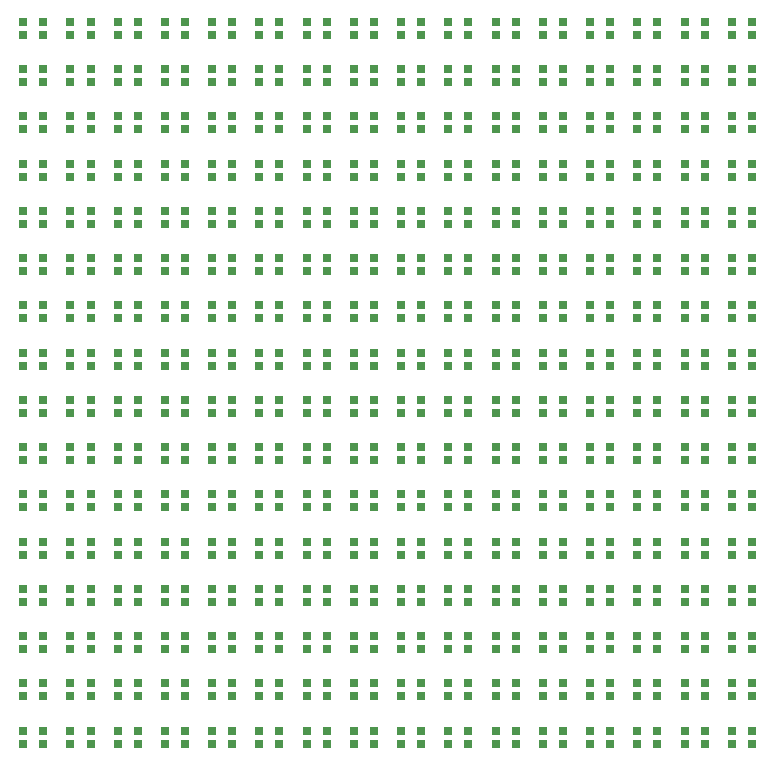
<source format=gbr>
%TF.GenerationSoftware,KiCad,Pcbnew,7.0.5*%
%TF.CreationDate,2023-09-21T19:27:35-05:00*%
%TF.ProjectId,KiCadPanel,4b694361-6450-4616-9e65-6c2e6b696361,rev?*%
%TF.SameCoordinates,Original*%
%TF.FileFunction,Paste,Bot*%
%TF.FilePolarity,Positive*%
%FSLAX46Y46*%
G04 Gerber Fmt 4.6, Leading zero omitted, Abs format (unit mm)*
G04 Created by KiCad (PCBNEW 7.0.5) date 2023-09-21 19:27:35*
%MOMM*%
%LPD*%
G01*
G04 APERTURE LIST*
%ADD10R,0.800000X0.700000*%
G04 APERTURE END LIST*
D10*
%TO.C,U169*%
X141150000Y-68550000D03*
X142850000Y-68550000D03*
X142850000Y-67450000D03*
X141150000Y-67450000D03*
%TD*%
%TO.C,U335*%
X117150000Y-108550000D03*
X118850000Y-108550000D03*
X118850000Y-107450000D03*
X117150000Y-107450000D03*
%TD*%
%TO.C,U215*%
X149150000Y-80550000D03*
X150850000Y-80550000D03*
X150850000Y-79450000D03*
X149150000Y-79450000D03*
%TD*%
%TO.C,U205*%
X125150000Y-76550000D03*
X126850000Y-76550000D03*
X126850000Y-75450000D03*
X125150000Y-75450000D03*
%TD*%
%TO.C,U165*%
X157150000Y-68550000D03*
X158850000Y-68550000D03*
X158850000Y-67450000D03*
X157150000Y-67450000D03*
%TD*%
%TO.C,U118*%
X153150000Y-56550000D03*
X154850000Y-56550000D03*
X154850000Y-55450000D03*
X153150000Y-55450000D03*
%TD*%
%TO.C,U274*%
X105150000Y-92550000D03*
X106850000Y-92550000D03*
X106850000Y-91450000D03*
X105150000Y-91450000D03*
%TD*%
%TO.C,U331*%
X133150000Y-108550000D03*
X134850000Y-108550000D03*
X134850000Y-107450000D03*
X133150000Y-107450000D03*
%TD*%
%TO.C,U113*%
X109150000Y-52550000D03*
X110850000Y-52550000D03*
X110850000Y-51450000D03*
X109150000Y-51450000D03*
%TD*%
%TO.C,U227*%
X101150000Y-80550000D03*
X102850000Y-80550000D03*
X102850000Y-79450000D03*
X101150000Y-79450000D03*
%TD*%
%TO.C,U155*%
X133150000Y-64550000D03*
X134850000Y-64550000D03*
X134850000Y-63450000D03*
X133150000Y-63450000D03*
%TD*%
%TO.C,U319*%
X117150000Y-104550000D03*
X118850000Y-104550000D03*
X118850000Y-103450000D03*
X117150000Y-103450000D03*
%TD*%
%TO.C,U123*%
X133150000Y-56550000D03*
X134850000Y-56550000D03*
X134850000Y-55450000D03*
X133150000Y-55450000D03*
%TD*%
%TO.C,U261*%
X157150000Y-92550000D03*
X158850000Y-92550000D03*
X158850000Y-91450000D03*
X157150000Y-91450000D03*
%TD*%
%TO.C,U271*%
X117150000Y-92550000D03*
X118850000Y-92550000D03*
X118850000Y-91450000D03*
X117150000Y-91450000D03*
%TD*%
%TO.C,U353*%
X109150000Y-112550000D03*
X110850000Y-112550000D03*
X110850000Y-111450000D03*
X109150000Y-111450000D03*
%TD*%
%TO.C,U219*%
X133150000Y-80550000D03*
X134850000Y-80550000D03*
X134850000Y-79450000D03*
X133150000Y-79450000D03*
%TD*%
%TO.C,U210*%
X105150000Y-76550000D03*
X106850000Y-76550000D03*
X106850000Y-75450000D03*
X105150000Y-75450000D03*
%TD*%
%TO.C,U350*%
X121150000Y-112550000D03*
X122850000Y-112550000D03*
X122850000Y-111450000D03*
X121150000Y-111450000D03*
%TD*%
%TO.C,U160*%
X113150000Y-64550000D03*
X114850000Y-64550000D03*
X114850000Y-63450000D03*
X113150000Y-63450000D03*
%TD*%
%TO.C,U243*%
X101150000Y-84550000D03*
X102850000Y-84550000D03*
X102850000Y-83450000D03*
X101150000Y-83450000D03*
%TD*%
%TO.C,U174*%
X121150000Y-68550000D03*
X122850000Y-68550000D03*
X122850000Y-67450000D03*
X121150000Y-67450000D03*
%TD*%
%TO.C,U299*%
X133150000Y-100550000D03*
X134850000Y-100550000D03*
X134850000Y-99450000D03*
X133150000Y-99450000D03*
%TD*%
%TO.C,U229*%
X157150000Y-84530000D03*
X158850000Y-84530000D03*
X158850000Y-83430000D03*
X157150000Y-83430000D03*
%TD*%
%TO.C,U122*%
X137150000Y-56550000D03*
X138850000Y-56550000D03*
X138850000Y-55450000D03*
X137150000Y-55450000D03*
%TD*%
%TO.C,U298*%
X137150000Y-100550000D03*
X138850000Y-100550000D03*
X138850000Y-99450000D03*
X137150000Y-99450000D03*
%TD*%
%TO.C,U286*%
X121150000Y-96550000D03*
X122850000Y-96550000D03*
X122850000Y-95450000D03*
X121150000Y-95450000D03*
%TD*%
%TO.C,U116*%
X161150000Y-56550000D03*
X162850000Y-56550000D03*
X162850000Y-55450000D03*
X161150000Y-55450000D03*
%TD*%
%TO.C,U256*%
X113150000Y-88550000D03*
X114850000Y-88550000D03*
X114850000Y-87450000D03*
X113150000Y-87450000D03*
%TD*%
%TO.C,U323*%
X101150000Y-104550000D03*
X102850000Y-104550000D03*
X102850000Y-103450000D03*
X101150000Y-103450000D03*
%TD*%
%TO.C,U157*%
X125150000Y-64550000D03*
X126850000Y-64550000D03*
X126850000Y-63450000D03*
X125150000Y-63450000D03*
%TD*%
%TO.C,U287*%
X117150000Y-96550000D03*
X118850000Y-96550000D03*
X118850000Y-95450000D03*
X117150000Y-95450000D03*
%TD*%
%TO.C,U324*%
X161150000Y-108550000D03*
X162850000Y-108550000D03*
X162850000Y-107450000D03*
X161150000Y-107450000D03*
%TD*%
%TO.C,U212*%
X161150000Y-80550000D03*
X162850000Y-80550000D03*
X162850000Y-79450000D03*
X161150000Y-79450000D03*
%TD*%
%TO.C,U277*%
X157150000Y-96550000D03*
X158850000Y-96550000D03*
X158850000Y-95450000D03*
X157150000Y-95450000D03*
%TD*%
%TO.C,U237*%
X125150000Y-84550000D03*
X126850000Y-84550000D03*
X126850000Y-83450000D03*
X125150000Y-83450000D03*
%TD*%
%TO.C,U101*%
X157150000Y-52550000D03*
X158850000Y-52550000D03*
X158850000Y-51450000D03*
X157150000Y-51450000D03*
%TD*%
%TO.C,U295*%
X149150000Y-100550000D03*
X150850000Y-100550000D03*
X150850000Y-99450000D03*
X149150000Y-99450000D03*
%TD*%
%TO.C,U162*%
X105150000Y-64550000D03*
X106850000Y-64550000D03*
X106850000Y-63450000D03*
X105150000Y-63450000D03*
%TD*%
%TO.C,U230*%
X153150000Y-84530000D03*
X154850000Y-84530000D03*
X154850000Y-83430000D03*
X153150000Y-83430000D03*
%TD*%
%TO.C,U249*%
X141150000Y-88550000D03*
X142850000Y-88550000D03*
X142850000Y-87450000D03*
X141150000Y-87450000D03*
%TD*%
%TO.C,U304*%
X113150000Y-100550000D03*
X114850000Y-100550000D03*
X114850000Y-99450000D03*
X113150000Y-99450000D03*
%TD*%
%TO.C,U234*%
X137150000Y-84550000D03*
X138850000Y-84550000D03*
X138850000Y-83450000D03*
X137150000Y-83450000D03*
%TD*%
%TO.C,U131*%
X101150000Y-56550000D03*
X102850000Y-56550000D03*
X102850000Y-55450000D03*
X101150000Y-55450000D03*
%TD*%
%TO.C,U321*%
X109150000Y-104550000D03*
X110850000Y-104550000D03*
X110850000Y-103450000D03*
X109150000Y-103450000D03*
%TD*%
%TO.C,U262*%
X153150000Y-92550000D03*
X154850000Y-92550000D03*
X154850000Y-91450000D03*
X153150000Y-91450000D03*
%TD*%
%TO.C,U170*%
X137150000Y-68550000D03*
X138850000Y-68550000D03*
X138850000Y-67450000D03*
X137150000Y-67450000D03*
%TD*%
%TO.C,U269*%
X125150000Y-92550000D03*
X126850000Y-92550000D03*
X126850000Y-91450000D03*
X125150000Y-91450000D03*
%TD*%
%TO.C,U218*%
X137150000Y-80550000D03*
X138850000Y-80550000D03*
X138850000Y-79450000D03*
X137150000Y-79450000D03*
%TD*%
%TO.C,U129*%
X109150000Y-56550000D03*
X110850000Y-56550000D03*
X110850000Y-55450000D03*
X109150000Y-55450000D03*
%TD*%
%TO.C,U103*%
X149150000Y-52550000D03*
X150850000Y-52550000D03*
X150850000Y-51450000D03*
X149150000Y-51450000D03*
%TD*%
%TO.C,U302*%
X121150000Y-100550000D03*
X122850000Y-100550000D03*
X122850000Y-99450000D03*
X121150000Y-99450000D03*
%TD*%
%TO.C,U228*%
X161150000Y-84550000D03*
X162850000Y-84550000D03*
X162850000Y-83450000D03*
X161150000Y-83450000D03*
%TD*%
%TO.C,U329*%
X141150000Y-108550000D03*
X142850000Y-108550000D03*
X142850000Y-107450000D03*
X141150000Y-107450000D03*
%TD*%
%TO.C,U192*%
X113150000Y-72550000D03*
X114850000Y-72550000D03*
X114850000Y-71450000D03*
X113150000Y-71450000D03*
%TD*%
%TO.C,U314*%
X137150000Y-104550000D03*
X138850000Y-104550000D03*
X138850000Y-103450000D03*
X137150000Y-103450000D03*
%TD*%
%TO.C,U245*%
X157150000Y-88550000D03*
X158850000Y-88550000D03*
X158850000Y-87450000D03*
X157150000Y-87450000D03*
%TD*%
%TO.C,U168*%
X145150000Y-68550000D03*
X146850000Y-68550000D03*
X146850000Y-67450000D03*
X145150000Y-67450000D03*
%TD*%
%TO.C,U150*%
X153150000Y-64550000D03*
X154850000Y-64550000D03*
X154850000Y-63450000D03*
X153150000Y-63450000D03*
%TD*%
%TO.C,U166*%
X153150000Y-68550000D03*
X154850000Y-68550000D03*
X154850000Y-67450000D03*
X153150000Y-67450000D03*
%TD*%
%TO.C,U121*%
X141150000Y-56550000D03*
X142850000Y-56550000D03*
X142850000Y-55450000D03*
X141150000Y-55450000D03*
%TD*%
%TO.C,U344*%
X145150000Y-112550000D03*
X146850000Y-112550000D03*
X146850000Y-111450000D03*
X145150000Y-111450000D03*
%TD*%
%TO.C,U280*%
X145150000Y-96550000D03*
X146850000Y-96550000D03*
X146850000Y-95450000D03*
X145150000Y-95450000D03*
%TD*%
%TO.C,U179*%
X101150000Y-68550000D03*
X102850000Y-68550000D03*
X102850000Y-67450000D03*
X101150000Y-67450000D03*
%TD*%
%TO.C,U316*%
X129150000Y-104550000D03*
X130850000Y-104550000D03*
X130850000Y-103450000D03*
X129150000Y-103450000D03*
%TD*%
%TO.C,U272*%
X113150000Y-92550000D03*
X114850000Y-92550000D03*
X114850000Y-91450000D03*
X113150000Y-91450000D03*
%TD*%
%TO.C,U293*%
X157150000Y-100550000D03*
X158850000Y-100550000D03*
X158850000Y-99450000D03*
X157150000Y-99450000D03*
%TD*%
%TO.C,U167*%
X149150000Y-68550000D03*
X150850000Y-68550000D03*
X150850000Y-67450000D03*
X149150000Y-67450000D03*
%TD*%
%TO.C,U270*%
X121150000Y-92550000D03*
X122850000Y-92550000D03*
X122850000Y-91450000D03*
X121150000Y-91450000D03*
%TD*%
%TO.C,U263*%
X149150000Y-92550000D03*
X150850000Y-92550000D03*
X150850000Y-91450000D03*
X149150000Y-91450000D03*
%TD*%
%TO.C,U186*%
X137150000Y-72550000D03*
X138850000Y-72550000D03*
X138850000Y-71450000D03*
X137150000Y-71450000D03*
%TD*%
%TO.C,U149*%
X157150000Y-64550000D03*
X158850000Y-64550000D03*
X158850000Y-63450000D03*
X157150000Y-63450000D03*
%TD*%
%TO.C,U283*%
X133150000Y-96550000D03*
X134850000Y-96550000D03*
X134850000Y-95450000D03*
X133150000Y-95450000D03*
%TD*%
%TO.C,U240*%
X113150000Y-84550000D03*
X114850000Y-84550000D03*
X114850000Y-83450000D03*
X113150000Y-83450000D03*
%TD*%
%TO.C,U339*%
X101150000Y-108550000D03*
X102850000Y-108550000D03*
X102850000Y-107450000D03*
X101150000Y-107450000D03*
%TD*%
%TO.C,U301*%
X125150000Y-100550000D03*
X126850000Y-100550000D03*
X126850000Y-99450000D03*
X125150000Y-99450000D03*
%TD*%
%TO.C,U199*%
X149150000Y-76550000D03*
X150850000Y-76550000D03*
X150850000Y-75450000D03*
X149150000Y-75450000D03*
%TD*%
%TO.C,U326*%
X153150000Y-108550000D03*
X154850000Y-108550000D03*
X154850000Y-107450000D03*
X153150000Y-107450000D03*
%TD*%
%TO.C,U143*%
X117150000Y-60550000D03*
X118850000Y-60550000D03*
X118850000Y-59450000D03*
X117150000Y-59450000D03*
%TD*%
%TO.C,U140*%
X129150000Y-60550000D03*
X130850000Y-60550000D03*
X130850000Y-59450000D03*
X129150000Y-59450000D03*
%TD*%
%TO.C,U305*%
X109150000Y-100550000D03*
X110850000Y-100550000D03*
X110850000Y-99450000D03*
X109150000Y-99450000D03*
%TD*%
%TO.C,U311*%
X149150000Y-104550000D03*
X150850000Y-104550000D03*
X150850000Y-103450000D03*
X149150000Y-103450000D03*
%TD*%
%TO.C,U148*%
X161150000Y-64550000D03*
X162850000Y-64550000D03*
X162850000Y-63450000D03*
X161150000Y-63450000D03*
%TD*%
%TO.C,U318*%
X121150000Y-104550000D03*
X122850000Y-104550000D03*
X122850000Y-103450000D03*
X121150000Y-103450000D03*
%TD*%
%TO.C,U246*%
X153150000Y-88550000D03*
X154850000Y-88550000D03*
X154850000Y-87450000D03*
X153150000Y-87450000D03*
%TD*%
%TO.C,U173*%
X125150000Y-68550000D03*
X126850000Y-68550000D03*
X126850000Y-67450000D03*
X125150000Y-67450000D03*
%TD*%
%TO.C,U325*%
X157150000Y-108550000D03*
X158850000Y-108550000D03*
X158850000Y-107450000D03*
X157150000Y-107450000D03*
%TD*%
%TO.C,U257*%
X109150000Y-88550000D03*
X110850000Y-88550000D03*
X110850000Y-87450000D03*
X109150000Y-87450000D03*
%TD*%
%TO.C,U349*%
X125150000Y-112550000D03*
X126850000Y-112550000D03*
X126850000Y-111450000D03*
X125150000Y-111450000D03*
%TD*%
%TO.C,U222*%
X121150000Y-80550000D03*
X122850000Y-80550000D03*
X122850000Y-79450000D03*
X121150000Y-79450000D03*
%TD*%
%TO.C,U322*%
X105150000Y-104550000D03*
X106850000Y-104550000D03*
X106850000Y-103450000D03*
X105150000Y-103450000D03*
%TD*%
%TO.C,U108*%
X129150000Y-52550000D03*
X130850000Y-52550000D03*
X130850000Y-51450000D03*
X129150000Y-51450000D03*
%TD*%
%TO.C,U241*%
X109150000Y-84550000D03*
X110850000Y-84550000D03*
X110850000Y-83450000D03*
X109150000Y-83450000D03*
%TD*%
%TO.C,U346*%
X137150000Y-112550000D03*
X138850000Y-112550000D03*
X138850000Y-111450000D03*
X137150000Y-111450000D03*
%TD*%
%TO.C,U268*%
X129150000Y-92550000D03*
X130850000Y-92550000D03*
X130850000Y-91450000D03*
X129150000Y-91450000D03*
%TD*%
%TO.C,U145*%
X109150000Y-60550000D03*
X110850000Y-60550000D03*
X110850000Y-59450000D03*
X109150000Y-59450000D03*
%TD*%
%TO.C,U185*%
X141150000Y-72550000D03*
X142850000Y-72550000D03*
X142850000Y-71450000D03*
X141150000Y-71450000D03*
%TD*%
%TO.C,U291*%
X101150000Y-96550000D03*
X102850000Y-96550000D03*
X102850000Y-95450000D03*
X101150000Y-95450000D03*
%TD*%
%TO.C,U161*%
X109150000Y-64550000D03*
X110850000Y-64550000D03*
X110850000Y-63450000D03*
X109150000Y-63450000D03*
%TD*%
%TO.C,U288*%
X113150000Y-96550000D03*
X114850000Y-96550000D03*
X114850000Y-95450000D03*
X113150000Y-95450000D03*
%TD*%
%TO.C,U196*%
X161150000Y-76550000D03*
X162850000Y-76550000D03*
X162850000Y-75450000D03*
X161150000Y-75450000D03*
%TD*%
%TO.C,U217*%
X141150000Y-80550000D03*
X142850000Y-80550000D03*
X142850000Y-79450000D03*
X141150000Y-79450000D03*
%TD*%
%TO.C,U276*%
X161150000Y-96550000D03*
X162850000Y-96550000D03*
X162850000Y-95450000D03*
X161150000Y-95450000D03*
%TD*%
%TO.C,U175*%
X117150000Y-68550000D03*
X118850000Y-68550000D03*
X118850000Y-67450000D03*
X117150000Y-67450000D03*
%TD*%
%TO.C,U209*%
X109150000Y-76550000D03*
X110850000Y-76550000D03*
X110850000Y-75450000D03*
X109150000Y-75450000D03*
%TD*%
%TO.C,U279*%
X149150000Y-96550000D03*
X150850000Y-96550000D03*
X150850000Y-95450000D03*
X149150000Y-95450000D03*
%TD*%
%TO.C,U153*%
X141150000Y-64550000D03*
X142850000Y-64550000D03*
X142850000Y-63450000D03*
X141150000Y-63450000D03*
%TD*%
%TO.C,U176*%
X113150000Y-68550000D03*
X114850000Y-68550000D03*
X114850000Y-67450000D03*
X113150000Y-67450000D03*
%TD*%
%TO.C,U255*%
X117150000Y-88550000D03*
X118850000Y-88550000D03*
X118850000Y-87450000D03*
X117150000Y-87450000D03*
%TD*%
%TO.C,U285*%
X125150000Y-96550000D03*
X126850000Y-96550000D03*
X126850000Y-95450000D03*
X125150000Y-95450000D03*
%TD*%
%TO.C,U235*%
X133150000Y-84550000D03*
X134850000Y-84550000D03*
X134850000Y-83450000D03*
X133150000Y-83450000D03*
%TD*%
%TO.C,U102*%
X153150000Y-52550000D03*
X154850000Y-52550000D03*
X154850000Y-51450000D03*
X153150000Y-51450000D03*
%TD*%
%TO.C,U138*%
X137150000Y-60550000D03*
X138850000Y-60550000D03*
X138850000Y-59450000D03*
X137150000Y-59450000D03*
%TD*%
%TO.C,U134*%
X153150000Y-60550000D03*
X154850000Y-60550000D03*
X154850000Y-59450000D03*
X153150000Y-59450000D03*
%TD*%
%TO.C,U105*%
X141150000Y-52550000D03*
X142850000Y-52550000D03*
X142850000Y-51450000D03*
X141150000Y-51450000D03*
%TD*%
%TO.C,U242*%
X105150000Y-84550000D03*
X106850000Y-84550000D03*
X106850000Y-83450000D03*
X105150000Y-83450000D03*
%TD*%
%TO.C,U133*%
X157150000Y-60550000D03*
X158850000Y-60550000D03*
X158850000Y-59450000D03*
X157150000Y-59450000D03*
%TD*%
%TO.C,U307*%
X101150000Y-100550000D03*
X102850000Y-100550000D03*
X102850000Y-99450000D03*
X101150000Y-99450000D03*
%TD*%
%TO.C,U197*%
X157150000Y-76550000D03*
X158850000Y-76550000D03*
X158850000Y-75450000D03*
X157150000Y-75450000D03*
%TD*%
%TO.C,U195*%
X101150000Y-72550000D03*
X102850000Y-72550000D03*
X102850000Y-71450000D03*
X101150000Y-71450000D03*
%TD*%
%TO.C,U163*%
X101150000Y-64550000D03*
X102850000Y-64550000D03*
X102850000Y-63450000D03*
X101150000Y-63450000D03*
%TD*%
%TO.C,U132*%
X161150000Y-60550000D03*
X162850000Y-60550000D03*
X162850000Y-59450000D03*
X161150000Y-59450000D03*
%TD*%
%TO.C,U252*%
X129150000Y-88550000D03*
X130850000Y-88550000D03*
X130850000Y-87450000D03*
X129150000Y-87450000D03*
%TD*%
%TO.C,U180*%
X161150000Y-72550000D03*
X162850000Y-72550000D03*
X162850000Y-71450000D03*
X161150000Y-71450000D03*
%TD*%
%TO.C,U236*%
X129150000Y-84550000D03*
X130850000Y-84550000D03*
X130850000Y-83450000D03*
X129150000Y-83450000D03*
%TD*%
%TO.C,U202*%
X137150000Y-76550000D03*
X138850000Y-76550000D03*
X138850000Y-75450000D03*
X137150000Y-75450000D03*
%TD*%
%TO.C,U225*%
X109150000Y-80550000D03*
X110850000Y-80550000D03*
X110850000Y-79450000D03*
X109150000Y-79450000D03*
%TD*%
%TO.C,U330*%
X137150000Y-108550000D03*
X138850000Y-108550000D03*
X138850000Y-107450000D03*
X137150000Y-107450000D03*
%TD*%
%TO.C,U156*%
X129150000Y-64550000D03*
X130850000Y-64550000D03*
X130850000Y-63450000D03*
X129150000Y-63450000D03*
%TD*%
%TO.C,U258*%
X105150000Y-88550000D03*
X106850000Y-88550000D03*
X106850000Y-87450000D03*
X105150000Y-87450000D03*
%TD*%
%TO.C,U259*%
X101150000Y-88550000D03*
X102850000Y-88550000D03*
X102850000Y-87450000D03*
X101150000Y-87450000D03*
%TD*%
%TO.C,U233*%
X141150000Y-84550000D03*
X142850000Y-84550000D03*
X142850000Y-83450000D03*
X141150000Y-83450000D03*
%TD*%
%TO.C,U308*%
X161150000Y-104550000D03*
X162850000Y-104550000D03*
X162850000Y-103450000D03*
X161150000Y-103450000D03*
%TD*%
%TO.C,U109*%
X125150000Y-52550000D03*
X126850000Y-52550000D03*
X126850000Y-51450000D03*
X125150000Y-51450000D03*
%TD*%
%TO.C,U104*%
X145150000Y-52550000D03*
X146850000Y-52550000D03*
X146850000Y-51450000D03*
X145150000Y-51450000D03*
%TD*%
%TO.C,U342*%
X153150000Y-112550000D03*
X154850000Y-112550000D03*
X154850000Y-111450000D03*
X153150000Y-111450000D03*
%TD*%
%TO.C,U137*%
X141150000Y-60550000D03*
X142850000Y-60550000D03*
X142850000Y-59450000D03*
X141150000Y-59450000D03*
%TD*%
%TO.C,U281*%
X141150000Y-96550000D03*
X142850000Y-96550000D03*
X142850000Y-95450000D03*
X141150000Y-95450000D03*
%TD*%
%TO.C,U200*%
X145150000Y-76550000D03*
X146850000Y-76550000D03*
X146850000Y-75450000D03*
X145150000Y-75450000D03*
%TD*%
%TO.C,U289*%
X109150000Y-96550000D03*
X110850000Y-96550000D03*
X110850000Y-95450000D03*
X109150000Y-95450000D03*
%TD*%
%TO.C,U139*%
X133150000Y-60550000D03*
X134850000Y-60550000D03*
X134850000Y-59450000D03*
X133150000Y-59450000D03*
%TD*%
%TO.C,U226*%
X105150000Y-80550000D03*
X106850000Y-80550000D03*
X106850000Y-79450000D03*
X105150000Y-79450000D03*
%TD*%
%TO.C,U204*%
X129150000Y-76550000D03*
X130850000Y-76550000D03*
X130850000Y-75450000D03*
X129150000Y-75450000D03*
%TD*%
%TO.C,U315*%
X133150000Y-104550000D03*
X134850000Y-104550000D03*
X134850000Y-103450000D03*
X133150000Y-103450000D03*
%TD*%
%TO.C,U178*%
X105150000Y-68550000D03*
X106850000Y-68550000D03*
X106850000Y-67450000D03*
X105150000Y-67450000D03*
%TD*%
%TO.C,U337*%
X109150000Y-108550000D03*
X110850000Y-108550000D03*
X110850000Y-107450000D03*
X109150000Y-107450000D03*
%TD*%
%TO.C,U107*%
X133150000Y-52550000D03*
X134850000Y-52550000D03*
X134850000Y-51450000D03*
X133150000Y-51450000D03*
%TD*%
%TO.C,U312*%
X145150000Y-104550000D03*
X146850000Y-104550000D03*
X146850000Y-103450000D03*
X145150000Y-103450000D03*
%TD*%
%TO.C,U267*%
X133150000Y-92550000D03*
X134850000Y-92550000D03*
X134850000Y-91450000D03*
X133150000Y-91450000D03*
%TD*%
%TO.C,U110*%
X121150000Y-52550000D03*
X122850000Y-52550000D03*
X122850000Y-51450000D03*
X121150000Y-51450000D03*
%TD*%
%TO.C,U213*%
X157150000Y-80550000D03*
X158850000Y-80550000D03*
X158850000Y-79450000D03*
X157150000Y-79450000D03*
%TD*%
%TO.C,U309*%
X157150000Y-104550000D03*
X158850000Y-104550000D03*
X158850000Y-103450000D03*
X157150000Y-103450000D03*
%TD*%
%TO.C,U198*%
X153150000Y-76550000D03*
X154850000Y-76550000D03*
X154850000Y-75450000D03*
X153150000Y-75450000D03*
%TD*%
%TO.C,U253*%
X125150000Y-88550000D03*
X126850000Y-88550000D03*
X126850000Y-87450000D03*
X125150000Y-87450000D03*
%TD*%
%TO.C,U282*%
X137150000Y-96550000D03*
X138850000Y-96550000D03*
X138850000Y-95450000D03*
X137150000Y-95450000D03*
%TD*%
%TO.C,U183*%
X149150000Y-72550000D03*
X150850000Y-72550000D03*
X150850000Y-71450000D03*
X149150000Y-71450000D03*
%TD*%
%TO.C,U250*%
X137150000Y-88550000D03*
X138850000Y-88550000D03*
X138850000Y-87450000D03*
X137150000Y-87450000D03*
%TD*%
%TO.C,U232*%
X145150000Y-84530000D03*
X146850000Y-84530000D03*
X146850000Y-83430000D03*
X145150000Y-83430000D03*
%TD*%
%TO.C,U117*%
X157150000Y-56550000D03*
X158850000Y-56550000D03*
X158850000Y-55450000D03*
X157150000Y-55450000D03*
%TD*%
%TO.C,U142*%
X121150000Y-60550000D03*
X122850000Y-60550000D03*
X122850000Y-59450000D03*
X121150000Y-59450000D03*
%TD*%
%TO.C,U136*%
X145150000Y-60550000D03*
X146850000Y-60550000D03*
X146850000Y-59450000D03*
X145150000Y-59450000D03*
%TD*%
%TO.C,U265*%
X141150000Y-92550000D03*
X142850000Y-92550000D03*
X142850000Y-91450000D03*
X141150000Y-91450000D03*
%TD*%
%TO.C,U273*%
X109150000Y-92550000D03*
X110850000Y-92550000D03*
X110850000Y-91450000D03*
X109150000Y-91450000D03*
%TD*%
%TO.C,U220*%
X129150000Y-80550000D03*
X130850000Y-80550000D03*
X130850000Y-79450000D03*
X129150000Y-79450000D03*
%TD*%
%TO.C,U158*%
X121150000Y-64550000D03*
X122850000Y-64550000D03*
X122850000Y-63450000D03*
X121150000Y-63450000D03*
%TD*%
%TO.C,U144*%
X113150000Y-60550000D03*
X114850000Y-60550000D03*
X114850000Y-59450000D03*
X113150000Y-59450000D03*
%TD*%
%TO.C,U239*%
X117150000Y-84550000D03*
X118850000Y-84550000D03*
X118850000Y-83450000D03*
X117150000Y-83450000D03*
%TD*%
%TO.C,U135*%
X149150000Y-60550000D03*
X150850000Y-60550000D03*
X150850000Y-59450000D03*
X149150000Y-59450000D03*
%TD*%
%TO.C,U264*%
X145150000Y-92550000D03*
X146850000Y-92550000D03*
X146850000Y-91450000D03*
X145150000Y-91450000D03*
%TD*%
%TO.C,U188*%
X129150000Y-72550000D03*
X130850000Y-72550000D03*
X130850000Y-71450000D03*
X129150000Y-71450000D03*
%TD*%
%TO.C,U146*%
X105150000Y-60550000D03*
X106850000Y-60550000D03*
X106850000Y-59450000D03*
X105150000Y-59450000D03*
%TD*%
%TO.C,U207*%
X117150000Y-76550000D03*
X118850000Y-76550000D03*
X118850000Y-75450000D03*
X117150000Y-75450000D03*
%TD*%
%TO.C,U223*%
X117150000Y-80550000D03*
X118850000Y-80550000D03*
X118850000Y-79450000D03*
X117150000Y-79450000D03*
%TD*%
%TO.C,U164*%
X161150000Y-68550000D03*
X162850000Y-68550000D03*
X162850000Y-67450000D03*
X161150000Y-67450000D03*
%TD*%
%TO.C,U124*%
X129150000Y-56550000D03*
X130850000Y-56550000D03*
X130850000Y-55450000D03*
X129150000Y-55450000D03*
%TD*%
%TO.C,U201*%
X141150000Y-76550000D03*
X142850000Y-76550000D03*
X142850000Y-75450000D03*
X141150000Y-75450000D03*
%TD*%
%TO.C,U352*%
X113150000Y-112550000D03*
X114850000Y-112550000D03*
X114850000Y-111450000D03*
X113150000Y-111450000D03*
%TD*%
%TO.C,U333*%
X125150000Y-108550000D03*
X126850000Y-108550000D03*
X126850000Y-107450000D03*
X125150000Y-107450000D03*
%TD*%
%TO.C,U340*%
X161150000Y-112550000D03*
X162850000Y-112550000D03*
X162850000Y-111450000D03*
X161150000Y-111450000D03*
%TD*%
%TO.C,U111*%
X117150000Y-52550000D03*
X118850000Y-52550000D03*
X118850000Y-51450000D03*
X117150000Y-51450000D03*
%TD*%
%TO.C,U328*%
X145150000Y-108550000D03*
X146850000Y-108550000D03*
X146850000Y-107450000D03*
X145150000Y-107450000D03*
%TD*%
%TO.C,U177*%
X109150000Y-68550000D03*
X110850000Y-68550000D03*
X110850000Y-67450000D03*
X109150000Y-67450000D03*
%TD*%
%TO.C,U341*%
X157150000Y-112550000D03*
X158850000Y-112550000D03*
X158850000Y-111450000D03*
X157150000Y-111450000D03*
%TD*%
%TO.C,U224*%
X113150000Y-80550000D03*
X114850000Y-80550000D03*
X114850000Y-79450000D03*
X113150000Y-79450000D03*
%TD*%
%TO.C,U260*%
X161150000Y-92550000D03*
X162850000Y-92550000D03*
X162850000Y-91450000D03*
X161150000Y-91450000D03*
%TD*%
%TO.C,U115*%
X101150000Y-52550000D03*
X102850000Y-52550000D03*
X102850000Y-51450000D03*
X101150000Y-51450000D03*
%TD*%
%TO.C,U248*%
X145150000Y-88550000D03*
X146850000Y-88550000D03*
X146850000Y-87450000D03*
X145150000Y-87450000D03*
%TD*%
%TO.C,U127*%
X117150000Y-56550000D03*
X118850000Y-56550000D03*
X118850000Y-55450000D03*
X117150000Y-55450000D03*
%TD*%
%TO.C,U151*%
X149150000Y-64550000D03*
X150850000Y-64550000D03*
X150850000Y-63450000D03*
X149150000Y-63450000D03*
%TD*%
%TO.C,U294*%
X153150000Y-100550000D03*
X154850000Y-100550000D03*
X154850000Y-99450000D03*
X153150000Y-99450000D03*
%TD*%
%TO.C,U152*%
X145150000Y-64550000D03*
X146850000Y-64550000D03*
X146850000Y-63450000D03*
X145150000Y-63450000D03*
%TD*%
%TO.C,U290*%
X105150000Y-96550000D03*
X106850000Y-96550000D03*
X106850000Y-95450000D03*
X105150000Y-95450000D03*
%TD*%
%TO.C,U296*%
X145150000Y-100550000D03*
X146850000Y-100550000D03*
X146850000Y-99450000D03*
X145150000Y-99450000D03*
%TD*%
%TO.C,U284*%
X129150000Y-96550000D03*
X130850000Y-96550000D03*
X130850000Y-95450000D03*
X129150000Y-95450000D03*
%TD*%
%TO.C,U244*%
X161150000Y-88550000D03*
X162850000Y-88550000D03*
X162850000Y-87450000D03*
X161150000Y-87450000D03*
%TD*%
%TO.C,U231*%
X149150000Y-84530000D03*
X150850000Y-84530000D03*
X150850000Y-83430000D03*
X149150000Y-83430000D03*
%TD*%
%TO.C,U120*%
X145150000Y-56550000D03*
X146850000Y-56550000D03*
X146850000Y-55450000D03*
X145150000Y-55450000D03*
%TD*%
%TO.C,U203*%
X133150000Y-76550000D03*
X134850000Y-76550000D03*
X134850000Y-75450000D03*
X133150000Y-75450000D03*
%TD*%
%TO.C,U114*%
X105150000Y-52550000D03*
X106850000Y-52550000D03*
X106850000Y-51450000D03*
X105150000Y-51450000D03*
%TD*%
%TO.C,U191*%
X117150000Y-72550000D03*
X118850000Y-72550000D03*
X118850000Y-71450000D03*
X117150000Y-71450000D03*
%TD*%
%TO.C,U327*%
X149150000Y-108550000D03*
X150850000Y-108550000D03*
X150850000Y-107450000D03*
X149150000Y-107450000D03*
%TD*%
%TO.C,U332*%
X129150000Y-108550000D03*
X130850000Y-108550000D03*
X130850000Y-107450000D03*
X129150000Y-107450000D03*
%TD*%
%TO.C,U348*%
X129150000Y-112550000D03*
X130850000Y-112550000D03*
X130850000Y-111450000D03*
X129150000Y-111450000D03*
%TD*%
%TO.C,U119*%
X149150000Y-56550000D03*
X150850000Y-56550000D03*
X150850000Y-55450000D03*
X149150000Y-55450000D03*
%TD*%
%TO.C,U171*%
X133150000Y-68550000D03*
X134850000Y-68550000D03*
X134850000Y-67450000D03*
X133150000Y-67450000D03*
%TD*%
%TO.C,U355*%
X101150000Y-112550000D03*
X102850000Y-112550000D03*
X102850000Y-111450000D03*
X101150000Y-111450000D03*
%TD*%
%TO.C,U187*%
X133150000Y-72550000D03*
X134850000Y-72550000D03*
X134850000Y-71450000D03*
X133150000Y-71450000D03*
%TD*%
%TO.C,U141*%
X125150000Y-60550000D03*
X126850000Y-60550000D03*
X126850000Y-59450000D03*
X125150000Y-59450000D03*
%TD*%
%TO.C,U211*%
X101150000Y-76550000D03*
X102850000Y-76550000D03*
X102850000Y-75450000D03*
X101150000Y-75450000D03*
%TD*%
%TO.C,U189*%
X125150000Y-72550000D03*
X126850000Y-72550000D03*
X126850000Y-71450000D03*
X125150000Y-71450000D03*
%TD*%
%TO.C,U154*%
X137150000Y-64550000D03*
X138850000Y-64550000D03*
X138850000Y-63450000D03*
X137150000Y-63450000D03*
%TD*%
%TO.C,U292*%
X161150000Y-100550000D03*
X162850000Y-100550000D03*
X162850000Y-99450000D03*
X161150000Y-99450000D03*
%TD*%
%TO.C,U130*%
X105150000Y-56550000D03*
X106850000Y-56550000D03*
X106850000Y-55450000D03*
X105150000Y-55450000D03*
%TD*%
%TO.C,U194*%
X105150000Y-72550000D03*
X106850000Y-72550000D03*
X106850000Y-71450000D03*
X105150000Y-71450000D03*
%TD*%
%TO.C,U182*%
X153150000Y-72550000D03*
X154850000Y-72550000D03*
X154850000Y-71450000D03*
X153150000Y-71450000D03*
%TD*%
%TO.C,U159*%
X117150000Y-64550000D03*
X118850000Y-64550000D03*
X118850000Y-63450000D03*
X117150000Y-63450000D03*
%TD*%
%TO.C,U128*%
X113150000Y-56550000D03*
X114850000Y-56550000D03*
X114850000Y-55450000D03*
X113150000Y-55450000D03*
%TD*%
%TO.C,U238*%
X121150000Y-84550000D03*
X122850000Y-84550000D03*
X122850000Y-83450000D03*
X121150000Y-83450000D03*
%TD*%
%TO.C,U181*%
X157150000Y-72550000D03*
X158850000Y-72550000D03*
X158850000Y-71450000D03*
X157150000Y-71450000D03*
%TD*%
%TO.C,U208*%
X113150000Y-76550000D03*
X114850000Y-76550000D03*
X114850000Y-75450000D03*
X113150000Y-75450000D03*
%TD*%
%TO.C,U354*%
X105150000Y-112550000D03*
X106850000Y-112550000D03*
X106850000Y-111450000D03*
X105150000Y-111450000D03*
%TD*%
%TO.C,U338*%
X105150000Y-108550000D03*
X106850000Y-108550000D03*
X106850000Y-107450000D03*
X105150000Y-107450000D03*
%TD*%
%TO.C,U334*%
X121150000Y-108550000D03*
X122850000Y-108550000D03*
X122850000Y-107450000D03*
X121150000Y-107450000D03*
%TD*%
%TO.C,U297*%
X141150000Y-100550000D03*
X142850000Y-100550000D03*
X142850000Y-99450000D03*
X141150000Y-99450000D03*
%TD*%
%TO.C,U126*%
X121150000Y-56550000D03*
X122850000Y-56550000D03*
X122850000Y-55450000D03*
X121150000Y-55450000D03*
%TD*%
%TO.C,U320*%
X113150000Y-104550000D03*
X114850000Y-104550000D03*
X114850000Y-103450000D03*
X113150000Y-103450000D03*
%TD*%
%TO.C,U310*%
X153150000Y-104550000D03*
X154850000Y-104550000D03*
X154850000Y-103450000D03*
X153150000Y-103450000D03*
%TD*%
%TO.C,U221*%
X125150000Y-80550000D03*
X126850000Y-80550000D03*
X126850000Y-79450000D03*
X125150000Y-79450000D03*
%TD*%
%TO.C,U275*%
X101150000Y-92550000D03*
X102850000Y-92550000D03*
X102850000Y-91450000D03*
X101150000Y-91450000D03*
%TD*%
%TO.C,U266*%
X137150000Y-92550000D03*
X138850000Y-92550000D03*
X138850000Y-91450000D03*
X137150000Y-91450000D03*
%TD*%
%TO.C,U184*%
X145150000Y-72550000D03*
X146850000Y-72550000D03*
X146850000Y-71450000D03*
X145150000Y-71450000D03*
%TD*%
%TO.C,U172*%
X129150000Y-68550000D03*
X130850000Y-68550000D03*
X130850000Y-67450000D03*
X129150000Y-67450000D03*
%TD*%
%TO.C,U303*%
X117150000Y-100550000D03*
X118850000Y-100550000D03*
X118850000Y-99450000D03*
X117150000Y-99450000D03*
%TD*%
%TO.C,U190*%
X121150000Y-72550000D03*
X122850000Y-72550000D03*
X122850000Y-71450000D03*
X121150000Y-71450000D03*
%TD*%
%TO.C,U300*%
X129150000Y-100550000D03*
X130850000Y-100550000D03*
X130850000Y-99450000D03*
X129150000Y-99450000D03*
%TD*%
%TO.C,U216*%
X145150000Y-80550000D03*
X146850000Y-80550000D03*
X146850000Y-79450000D03*
X145150000Y-79450000D03*
%TD*%
%TO.C,U125*%
X125150000Y-56550000D03*
X126850000Y-56550000D03*
X126850000Y-55450000D03*
X125150000Y-55450000D03*
%TD*%
%TO.C,U343*%
X149150000Y-112550000D03*
X150850000Y-112550000D03*
X150850000Y-111450000D03*
X149150000Y-111450000D03*
%TD*%
%TO.C,U306*%
X105150000Y-100550000D03*
X106850000Y-100550000D03*
X106850000Y-99450000D03*
X105150000Y-99450000D03*
%TD*%
%TO.C,U214*%
X153150000Y-80550000D03*
X154850000Y-80550000D03*
X154850000Y-79450000D03*
X153150000Y-79450000D03*
%TD*%
%TO.C,U254*%
X121150000Y-88550000D03*
X122850000Y-88550000D03*
X122850000Y-87450000D03*
X121150000Y-87450000D03*
%TD*%
%TO.C,U193*%
X109150000Y-72550000D03*
X110850000Y-72550000D03*
X110850000Y-71450000D03*
X109150000Y-71450000D03*
%TD*%
%TO.C,U336*%
X113150000Y-108550000D03*
X114850000Y-108550000D03*
X114850000Y-107450000D03*
X113150000Y-107450000D03*
%TD*%
%TO.C,U351*%
X117150000Y-112550000D03*
X118850000Y-112550000D03*
X118850000Y-111450000D03*
X117150000Y-111450000D03*
%TD*%
%TO.C,U100*%
X161150000Y-52550000D03*
X162850000Y-52550000D03*
X162850000Y-51450000D03*
X161150000Y-51450000D03*
%TD*%
%TO.C,U251*%
X133150000Y-88550000D03*
X134850000Y-88550000D03*
X134850000Y-87450000D03*
X133150000Y-87450000D03*
%TD*%
%TO.C,U112*%
X113150000Y-52550000D03*
X114850000Y-52550000D03*
X114850000Y-51450000D03*
X113150000Y-51450000D03*
%TD*%
%TO.C,U317*%
X125150000Y-104550000D03*
X126850000Y-104550000D03*
X126850000Y-103450000D03*
X125150000Y-103450000D03*
%TD*%
%TO.C,U347*%
X133150000Y-112550000D03*
X134850000Y-112550000D03*
X134850000Y-111450000D03*
X133150000Y-111450000D03*
%TD*%
%TO.C,U247*%
X149150000Y-88550000D03*
X150850000Y-88550000D03*
X150850000Y-87450000D03*
X149150000Y-87450000D03*
%TD*%
%TO.C,U313*%
X141150000Y-104550000D03*
X142850000Y-104550000D03*
X142850000Y-103450000D03*
X141150000Y-103450000D03*
%TD*%
%TO.C,U206*%
X121150000Y-76550000D03*
X122850000Y-76550000D03*
X122850000Y-75450000D03*
X121150000Y-75450000D03*
%TD*%
%TO.C,U345*%
X141150000Y-112550000D03*
X142850000Y-112550000D03*
X142850000Y-111450000D03*
X141150000Y-111450000D03*
%TD*%
%TO.C,U147*%
X101150000Y-60550000D03*
X102850000Y-60550000D03*
X102850000Y-59450000D03*
X101150000Y-59450000D03*
%TD*%
%TO.C,U106*%
X137150000Y-52550000D03*
X138850000Y-52550000D03*
X138850000Y-51450000D03*
X137150000Y-51450000D03*
%TD*%
%TO.C,U278*%
X153150000Y-96550000D03*
X154850000Y-96550000D03*
X154850000Y-95450000D03*
X153150000Y-95450000D03*
%TD*%
M02*

</source>
